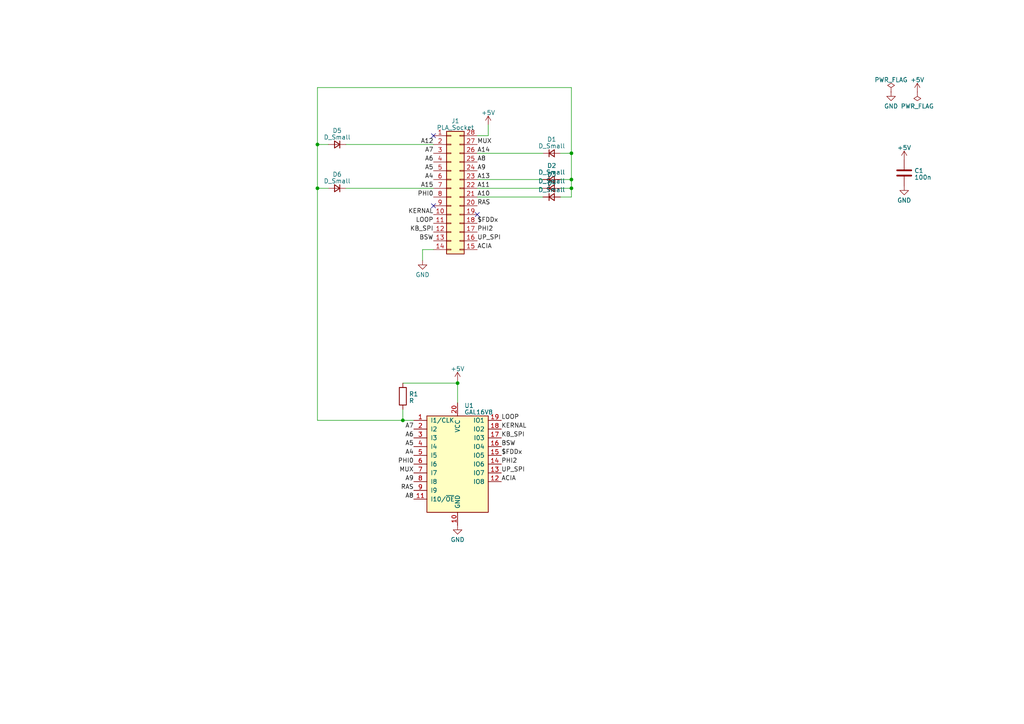
<source format=kicad_sch>
(kicad_sch (version 20230121) (generator eeschema)

  (uuid 4116a878-e864-4c30-8d07-a7d0a94f3434)

  (paper "A4")

  (lib_symbols
    (symbol "Connector_Generic:Conn_02x14_Counter_Clockwise" (pin_names (offset 1.016) hide) (in_bom yes) (on_board yes)
      (property "Reference" "J" (at 1.27 17.78 0)
        (effects (font (size 1.27 1.27)))
      )
      (property "Value" "Conn_02x14_Counter_Clockwise" (at 1.27 -20.32 0)
        (effects (font (size 1.27 1.27)))
      )
      (property "Footprint" "" (at 0 0 0)
        (effects (font (size 1.27 1.27)) hide)
      )
      (property "Datasheet" "~" (at 0 0 0)
        (effects (font (size 1.27 1.27)) hide)
      )
      (property "ki_keywords" "connector" (at 0 0 0)
        (effects (font (size 1.27 1.27)) hide)
      )
      (property "ki_description" "Generic connector, double row, 02x14, counter clockwise pin numbering scheme (similar to DIP package numbering), script generated (kicad-library-utils/schlib/autogen/connector/)" (at 0 0 0)
        (effects (font (size 1.27 1.27)) hide)
      )
      (property "ki_fp_filters" "Connector*:*_2x??_*" (at 0 0 0)
        (effects (font (size 1.27 1.27)) hide)
      )
      (symbol "Conn_02x14_Counter_Clockwise_1_1"
        (rectangle (start -1.27 -17.653) (end 0 -17.907)
          (stroke (width 0.1524) (type default))
          (fill (type none))
        )
        (rectangle (start -1.27 -15.113) (end 0 -15.367)
          (stroke (width 0.1524) (type default))
          (fill (type none))
        )
        (rectangle (start -1.27 -12.573) (end 0 -12.827)
          (stroke (width 0.1524) (type default))
          (fill (type none))
        )
        (rectangle (start -1.27 -10.033) (end 0 -10.287)
          (stroke (width 0.1524) (type default))
          (fill (type none))
        )
        (rectangle (start -1.27 -7.493) (end 0 -7.747)
          (stroke (width 0.1524) (type default))
          (fill (type none))
        )
        (rectangle (start -1.27 -4.953) (end 0 -5.207)
          (stroke (width 0.1524) (type default))
          (fill (type none))
        )
        (rectangle (start -1.27 -2.413) (end 0 -2.667)
          (stroke (width 0.1524) (type default))
          (fill (type none))
        )
        (rectangle (start -1.27 0.127) (end 0 -0.127)
          (stroke (width 0.1524) (type default))
          (fill (type none))
        )
        (rectangle (start -1.27 2.667) (end 0 2.413)
          (stroke (width 0.1524) (type default))
          (fill (type none))
        )
        (rectangle (start -1.27 5.207) (end 0 4.953)
          (stroke (width 0.1524) (type default))
          (fill (type none))
        )
        (rectangle (start -1.27 7.747) (end 0 7.493)
          (stroke (width 0.1524) (type default))
          (fill (type none))
        )
        (rectangle (start -1.27 10.287) (end 0 10.033)
          (stroke (width 0.1524) (type default))
          (fill (type none))
        )
        (rectangle (start -1.27 12.827) (end 0 12.573)
          (stroke (width 0.1524) (type default))
          (fill (type none))
        )
        (rectangle (start -1.27 15.367) (end 0 15.113)
          (stroke (width 0.1524) (type default))
          (fill (type none))
        )
        (rectangle (start -1.27 16.51) (end 3.81 -19.05)
          (stroke (width 0.254) (type default))
          (fill (type background))
        )
        (rectangle (start 3.81 -17.653) (end 2.54 -17.907)
          (stroke (width 0.1524) (type default))
          (fill (type none))
        )
        (rectangle (start 3.81 -15.113) (end 2.54 -15.367)
          (stroke (width 0.1524) (type default))
          (fill (type none))
        )
        (rectangle (start 3.81 -12.573) (end 2.54 -12.827)
          (stroke (width 0.1524) (type default))
          (fill (type none))
        )
        (rectangle (start 3.81 -10.033) (end 2.54 -10.287)
          (stroke (width 0.1524) (type default))
          (fill (type none))
        )
        (rectangle (start 3.81 -7.493) (end 2.54 -7.747)
          (stroke (width 0.1524) (type default))
          (fill (type none))
        )
        (rectangle (start 3.81 -4.953) (end 2.54 -5.207)
          (stroke (width 0.1524) (type default))
          (fill (type none))
        )
        (rectangle (start 3.81 -2.413) (end 2.54 -2.667)
          (stroke (width 0.1524) (type default))
          (fill (type none))
        )
        (rectangle (start 3.81 0.127) (end 2.54 -0.127)
          (stroke (width 0.1524) (type default))
          (fill (type none))
        )
        (rectangle (start 3.81 2.667) (end 2.54 2.413)
          (stroke (width 0.1524) (type default))
          (fill (type none))
        )
        (rectangle (start 3.81 5.207) (end 2.54 4.953)
          (stroke (width 0.1524) (type default))
          (fill (type none))
        )
        (rectangle (start 3.81 7.747) (end 2.54 7.493)
          (stroke (width 0.1524) (type default))
          (fill (type none))
        )
        (rectangle (start 3.81 10.287) (end 2.54 10.033)
          (stroke (width 0.1524) (type default))
          (fill (type none))
        )
        (rectangle (start 3.81 12.827) (end 2.54 12.573)
          (stroke (width 0.1524) (type default))
          (fill (type none))
        )
        (rectangle (start 3.81 15.367) (end 2.54 15.113)
          (stroke (width 0.1524) (type default))
          (fill (type none))
        )
        (pin passive line (at -5.08 15.24 0) (length 3.81)
          (name "Pin_1" (effects (font (size 1.27 1.27))))
          (number "1" (effects (font (size 1.27 1.27))))
        )
        (pin passive line (at -5.08 -7.62 0) (length 3.81)
          (name "Pin_10" (effects (font (size 1.27 1.27))))
          (number "10" (effects (font (size 1.27 1.27))))
        )
        (pin passive line (at -5.08 -10.16 0) (length 3.81)
          (name "Pin_11" (effects (font (size 1.27 1.27))))
          (number "11" (effects (font (size 1.27 1.27))))
        )
        (pin passive line (at -5.08 -12.7 0) (length 3.81)
          (name "Pin_12" (effects (font (size 1.27 1.27))))
          (number "12" (effects (font (size 1.27 1.27))))
        )
        (pin passive line (at -5.08 -15.24 0) (length 3.81)
          (name "Pin_13" (effects (font (size 1.27 1.27))))
          (number "13" (effects (font (size 1.27 1.27))))
        )
        (pin passive line (at -5.08 -17.78 0) (length 3.81)
          (name "Pin_14" (effects (font (size 1.27 1.27))))
          (number "14" (effects (font (size 1.27 1.27))))
        )
        (pin passive line (at 7.62 -17.78 180) (length 3.81)
          (name "Pin_15" (effects (font (size 1.27 1.27))))
          (number "15" (effects (font (size 1.27 1.27))))
        )
        (pin passive line (at 7.62 -15.24 180) (length 3.81)
          (name "Pin_16" (effects (font (size 1.27 1.27))))
          (number "16" (effects (font (size 1.27 1.27))))
        )
        (pin passive line (at 7.62 -12.7 180) (length 3.81)
          (name "Pin_17" (effects (font (size 1.27 1.27))))
          (number "17" (effects (font (size 1.27 1.27))))
        )
        (pin passive line (at 7.62 -10.16 180) (length 3.81)
          (name "Pin_18" (effects (font (size 1.27 1.27))))
          (number "18" (effects (font (size 1.27 1.27))))
        )
        (pin passive line (at 7.62 -7.62 180) (length 3.81)
          (name "Pin_19" (effects (font (size 1.27 1.27))))
          (number "19" (effects (font (size 1.27 1.27))))
        )
        (pin passive line (at -5.08 12.7 0) (length 3.81)
          (name "Pin_2" (effects (font (size 1.27 1.27))))
          (number "2" (effects (font (size 1.27 1.27))))
        )
        (pin passive line (at 7.62 -5.08 180) (length 3.81)
          (name "Pin_20" (effects (font (size 1.27 1.27))))
          (number "20" (effects (font (size 1.27 1.27))))
        )
        (pin passive line (at 7.62 -2.54 180) (length 3.81)
          (name "Pin_21" (effects (font (size 1.27 1.27))))
          (number "21" (effects (font (size 1.27 1.27))))
        )
        (pin passive line (at 7.62 0 180) (length 3.81)
          (name "Pin_22" (effects (font (size 1.27 1.27))))
          (number "22" (effects (font (size 1.27 1.27))))
        )
        (pin passive line (at 7.62 2.54 180) (length 3.81)
          (name "Pin_23" (effects (font (size 1.27 1.27))))
          (number "23" (effects (font (size 1.27 1.27))))
        )
        (pin passive line (at 7.62 5.08 180) (length 3.81)
          (name "Pin_24" (effects (font (size 1.27 1.27))))
          (number "24" (effects (font (size 1.27 1.27))))
        )
        (pin passive line (at 7.62 7.62 180) (length 3.81)
          (name "Pin_25" (effects (font (size 1.27 1.27))))
          (number "25" (effects (font (size 1.27 1.27))))
        )
        (pin passive line (at 7.62 10.16 180) (length 3.81)
          (name "Pin_26" (effects (font (size 1.27 1.27))))
          (number "26" (effects (font (size 1.27 1.27))))
        )
        (pin passive line (at 7.62 12.7 180) (length 3.81)
          (name "Pin_27" (effects (font (size 1.27 1.27))))
          (number "27" (effects (font (size 1.27 1.27))))
        )
        (pin passive line (at 7.62 15.24 180) (length 3.81)
          (name "Pin_28" (effects (font (size 1.27 1.27))))
          (number "28" (effects (font (size 1.27 1.27))))
        )
        (pin passive line (at -5.08 10.16 0) (length 3.81)
          (name "Pin_3" (effects (font (size 1.27 1.27))))
          (number "3" (effects (font (size 1.27 1.27))))
        )
        (pin passive line (at -5.08 7.62 0) (length 3.81)
          (name "Pin_4" (effects (font (size 1.27 1.27))))
          (number "4" (effects (font (size 1.27 1.27))))
        )
        (pin passive line (at -5.08 5.08 0) (length 3.81)
          (name "Pin_5" (effects (font (size 1.27 1.27))))
          (number "5" (effects (font (size 1.27 1.27))))
        )
        (pin passive line (at -5.08 2.54 0) (length 3.81)
          (name "Pin_6" (effects (font (size 1.27 1.27))))
          (number "6" (effects (font (size 1.27 1.27))))
        )
        (pin passive line (at -5.08 0 0) (length 3.81)
          (name "Pin_7" (effects (font (size 1.27 1.27))))
          (number "7" (effects (font (size 1.27 1.27))))
        )
        (pin passive line (at -5.08 -2.54 0) (length 3.81)
          (name "Pin_8" (effects (font (size 1.27 1.27))))
          (number "8" (effects (font (size 1.27 1.27))))
        )
        (pin passive line (at -5.08 -5.08 0) (length 3.81)
          (name "Pin_9" (effects (font (size 1.27 1.27))))
          (number "9" (effects (font (size 1.27 1.27))))
        )
      )
    )
    (symbol "Device:C" (pin_numbers hide) (pin_names (offset 0.254)) (in_bom yes) (on_board yes)
      (property "Reference" "C" (at 0.635 2.54 0)
        (effects (font (size 1.27 1.27)) (justify left))
      )
      (property "Value" "C" (at 0.635 -2.54 0)
        (effects (font (size 1.27 1.27)) (justify left))
      )
      (property "Footprint" "" (at 0.9652 -3.81 0)
        (effects (font (size 1.27 1.27)) hide)
      )
      (property "Datasheet" "~" (at 0 0 0)
        (effects (font (size 1.27 1.27)) hide)
      )
      (property "ki_keywords" "cap capacitor" (at 0 0 0)
        (effects (font (size 1.27 1.27)) hide)
      )
      (property "ki_description" "Unpolarized capacitor" (at 0 0 0)
        (effects (font (size 1.27 1.27)) hide)
      )
      (property "ki_fp_filters" "C_*" (at 0 0 0)
        (effects (font (size 1.27 1.27)) hide)
      )
      (symbol "C_0_1"
        (polyline
          (pts
            (xy -2.032 -0.762)
            (xy 2.032 -0.762)
          )
          (stroke (width 0.508) (type default))
          (fill (type none))
        )
        (polyline
          (pts
            (xy -2.032 0.762)
            (xy 2.032 0.762)
          )
          (stroke (width 0.508) (type default))
          (fill (type none))
        )
      )
      (symbol "C_1_1"
        (pin passive line (at 0 3.81 270) (length 2.794)
          (name "~" (effects (font (size 1.27 1.27))))
          (number "1" (effects (font (size 1.27 1.27))))
        )
        (pin passive line (at 0 -3.81 90) (length 2.794)
          (name "~" (effects (font (size 1.27 1.27))))
          (number "2" (effects (font (size 1.27 1.27))))
        )
      )
    )
    (symbol "Device:D_Small" (pin_numbers hide) (pin_names (offset 0.254) hide) (in_bom yes) (on_board yes)
      (property "Reference" "D" (at -1.27 2.032 0)
        (effects (font (size 1.27 1.27)) (justify left))
      )
      (property "Value" "D_Small" (at -3.81 -2.032 0)
        (effects (font (size 1.27 1.27)) (justify left))
      )
      (property "Footprint" "" (at 0 0 90)
        (effects (font (size 1.27 1.27)) hide)
      )
      (property "Datasheet" "~" (at 0 0 90)
        (effects (font (size 1.27 1.27)) hide)
      )
      (property "Sim.Device" "D" (at 0 0 0)
        (effects (font (size 1.27 1.27)) hide)
      )
      (property "Sim.Pins" "1=K 2=A" (at 0 0 0)
        (effects (font (size 1.27 1.27)) hide)
      )
      (property "ki_keywords" "diode" (at 0 0 0)
        (effects (font (size 1.27 1.27)) hide)
      )
      (property "ki_description" "Diode, small symbol" (at 0 0 0)
        (effects (font (size 1.27 1.27)) hide)
      )
      (property "ki_fp_filters" "TO-???* *_Diode_* *SingleDiode* D_*" (at 0 0 0)
        (effects (font (size 1.27 1.27)) hide)
      )
      (symbol "D_Small_0_1"
        (polyline
          (pts
            (xy -0.762 -1.016)
            (xy -0.762 1.016)
          )
          (stroke (width 0.254) (type default))
          (fill (type none))
        )
        (polyline
          (pts
            (xy -0.762 0)
            (xy 0.762 0)
          )
          (stroke (width 0) (type default))
          (fill (type none))
        )
        (polyline
          (pts
            (xy 0.762 -1.016)
            (xy -0.762 0)
            (xy 0.762 1.016)
            (xy 0.762 -1.016)
          )
          (stroke (width 0.254) (type default))
          (fill (type none))
        )
      )
      (symbol "D_Small_1_1"
        (pin passive line (at -2.54 0 0) (length 1.778)
          (name "K" (effects (font (size 1.27 1.27))))
          (number "1" (effects (font (size 1.27 1.27))))
        )
        (pin passive line (at 2.54 0 180) (length 1.778)
          (name "A" (effects (font (size 1.27 1.27))))
          (number "2" (effects (font (size 1.27 1.27))))
        )
      )
    )
    (symbol "Device:R" (pin_numbers hide) (pin_names (offset 0)) (in_bom yes) (on_board yes)
      (property "Reference" "R" (at 2.032 0 90)
        (effects (font (size 1.27 1.27)))
      )
      (property "Value" "R" (at 0 0 90)
        (effects (font (size 1.27 1.27)))
      )
      (property "Footprint" "" (at -1.778 0 90)
        (effects (font (size 1.27 1.27)) hide)
      )
      (property "Datasheet" "~" (at 0 0 0)
        (effects (font (size 1.27 1.27)) hide)
      )
      (property "ki_keywords" "R res resistor" (at 0 0 0)
        (effects (font (size 1.27 1.27)) hide)
      )
      (property "ki_description" "Resistor" (at 0 0 0)
        (effects (font (size 1.27 1.27)) hide)
      )
      (property "ki_fp_filters" "R_*" (at 0 0 0)
        (effects (font (size 1.27 1.27)) hide)
      )
      (symbol "R_0_1"
        (rectangle (start -1.016 -2.54) (end 1.016 2.54)
          (stroke (width 0.254) (type default))
          (fill (type none))
        )
      )
      (symbol "R_1_1"
        (pin passive line (at 0 3.81 270) (length 1.27)
          (name "~" (effects (font (size 1.27 1.27))))
          (number "1" (effects (font (size 1.27 1.27))))
        )
        (pin passive line (at 0 -3.81 90) (length 1.27)
          (name "~" (effects (font (size 1.27 1.27))))
          (number "2" (effects (font (size 1.27 1.27))))
        )
      )
    )
    (symbol "Logic_Programmable:GAL16V8" (pin_names (offset 1.016)) (in_bom yes) (on_board yes)
      (property "Reference" "U" (at -8.89 16.51 0)
        (effects (font (size 1.27 1.27)) (justify left))
      )
      (property "Value" "GAL16V8" (at 1.27 16.51 0)
        (effects (font (size 1.27 1.27)) (justify left))
      )
      (property "Footprint" "" (at 0 0 0)
        (effects (font (size 1.27 1.27)) hide)
      )
      (property "Datasheet" "" (at 0 0 0)
        (effects (font (size 1.27 1.27)) hide)
      )
      (property "ki_keywords" "GAL PLD 16V8" (at 0 0 0)
        (effects (font (size 1.27 1.27)) hide)
      )
      (property "ki_description" "Programmable Logic Array, DIP-20/SOIC-20/PLCC-20" (at 0 0 0)
        (effects (font (size 1.27 1.27)) hide)
      )
      (property "ki_fp_filters" "DIP* PDIP* SOIC* SO* PLCC*" (at 0 0 0)
        (effects (font (size 1.27 1.27)) hide)
      )
      (symbol "GAL16V8_0_0"
        (pin power_in line (at 0 -17.78 90) (length 3.81)
          (name "GND" (effects (font (size 1.27 1.27))))
          (number "10" (effects (font (size 1.27 1.27))))
        )
        (pin power_in line (at 0 17.78 270) (length 3.81)
          (name "VCC" (effects (font (size 1.27 1.27))))
          (number "20" (effects (font (size 1.27 1.27))))
        )
      )
      (symbol "GAL16V8_0_1"
        (rectangle (start -8.89 13.97) (end 8.89 -13.97)
          (stroke (width 0.254) (type default))
          (fill (type background))
        )
      )
      (symbol "GAL16V8_1_1"
        (pin input line (at -12.7 12.7 0) (length 3.81)
          (name "I1/CLK" (effects (font (size 1.27 1.27))))
          (number "1" (effects (font (size 1.27 1.27))))
        )
        (pin input line (at -12.7 -10.16 0) (length 3.81)
          (name "I10/~{OE}" (effects (font (size 1.27 1.27))))
          (number "11" (effects (font (size 1.27 1.27))))
        )
        (pin tri_state line (at 12.7 -5.08 180) (length 3.81)
          (name "IO8" (effects (font (size 1.27 1.27))))
          (number "12" (effects (font (size 1.27 1.27))))
        )
        (pin tri_state line (at 12.7 -2.54 180) (length 3.81)
          (name "IO7" (effects (font (size 1.27 1.27))))
          (number "13" (effects (font (size 1.27 1.27))))
        )
        (pin tri_state line (at 12.7 0 180) (length 3.81)
          (name "IO6" (effects (font (size 1.27 1.27))))
          (number "14" (effects (font (size 1.27 1.27))))
        )
        (pin tri_state line (at 12.7 2.54 180) (length 3.81)
          (name "IO5" (effects (font (size 1.27 1.27))))
          (number "15" (effects (font (size 1.27 1.27))))
        )
        (pin tri_state line (at 12.7 5.08 180) (length 3.81)
          (name "IO4" (effects (font (size 1.27 1.27))))
          (number "16" (effects (font (size 1.27 1.27))))
        )
        (pin tri_state line (at 12.7 7.62 180) (length 3.81)
          (name "I03" (effects (font (size 1.27 1.27))))
          (number "17" (effects (font (size 1.27 1.27))))
        )
        (pin tri_state line (at 12.7 10.16 180) (length 3.81)
          (name "IO2" (effects (font (size 1.27 1.27))))
          (number "18" (effects (font (size 1.27 1.27))))
        )
        (pin tri_state line (at 12.7 12.7 180) (length 3.81)
          (name "IO1" (effects (font (size 1.27 1.27))))
          (number "19" (effects (font (size 1.27 1.27))))
        )
        (pin input line (at -12.7 10.16 0) (length 3.81)
          (name "I2" (effects (font (size 1.27 1.27))))
          (number "2" (effects (font (size 1.27 1.27))))
        )
        (pin input line (at -12.7 7.62 0) (length 3.81)
          (name "I3" (effects (font (size 1.27 1.27))))
          (number "3" (effects (font (size 1.27 1.27))))
        )
        (pin input line (at -12.7 5.08 0) (length 3.81)
          (name "I4" (effects (font (size 1.27 1.27))))
          (number "4" (effects (font (size 1.27 1.27))))
        )
        (pin input line (at -12.7 2.54 0) (length 3.81)
          (name "I5" (effects (font (size 1.27 1.27))))
          (number "5" (effects (font (size 1.27 1.27))))
        )
        (pin input line (at -12.7 0 0) (length 3.81)
          (name "I6" (effects (font (size 1.27 1.27))))
          (number "6" (effects (font (size 1.27 1.27))))
        )
        (pin input line (at -12.7 -2.54 0) (length 3.81)
          (name "I7" (effects (font (size 1.27 1.27))))
          (number "7" (effects (font (size 1.27 1.27))))
        )
        (pin input line (at -12.7 -5.08 0) (length 3.81)
          (name "I8" (effects (font (size 1.27 1.27))))
          (number "8" (effects (font (size 1.27 1.27))))
        )
        (pin input line (at -12.7 -7.62 0) (length 3.81)
          (name "I9" (effects (font (size 1.27 1.27))))
          (number "9" (effects (font (size 1.27 1.27))))
        )
      )
    )
    (symbol "power:+5V" (power) (pin_names (offset 0)) (in_bom yes) (on_board yes)
      (property "Reference" "#PWR" (at 0 -3.81 0)
        (effects (font (size 1.27 1.27)) hide)
      )
      (property "Value" "+5V" (at 0 3.556 0)
        (effects (font (size 1.27 1.27)))
      )
      (property "Footprint" "" (at 0 0 0)
        (effects (font (size 1.27 1.27)) hide)
      )
      (property "Datasheet" "" (at 0 0 0)
        (effects (font (size 1.27 1.27)) hide)
      )
      (property "ki_keywords" "global power" (at 0 0 0)
        (effects (font (size 1.27 1.27)) hide)
      )
      (property "ki_description" "Power symbol creates a global label with name \"+5V\"" (at 0 0 0)
        (effects (font (size 1.27 1.27)) hide)
      )
      (symbol "+5V_0_1"
        (polyline
          (pts
            (xy -0.762 1.27)
            (xy 0 2.54)
          )
          (stroke (width 0) (type default))
          (fill (type none))
        )
        (polyline
          (pts
            (xy 0 0)
            (xy 0 2.54)
          )
          (stroke (width 0) (type default))
          (fill (type none))
        )
        (polyline
          (pts
            (xy 0 2.54)
            (xy 0.762 1.27)
          )
          (stroke (width 0) (type default))
          (fill (type none))
        )
      )
      (symbol "+5V_1_1"
        (pin power_in line (at 0 0 90) (length 0) hide
          (name "+5V" (effects (font (size 1.27 1.27))))
          (number "1" (effects (font (size 1.27 1.27))))
        )
      )
    )
    (symbol "power:GND" (power) (pin_names (offset 0)) (in_bom yes) (on_board yes)
      (property "Reference" "#PWR" (at 0 -6.35 0)
        (effects (font (size 1.27 1.27)) hide)
      )
      (property "Value" "GND" (at 0 -3.81 0)
        (effects (font (size 1.27 1.27)))
      )
      (property "Footprint" "" (at 0 0 0)
        (effects (font (size 1.27 1.27)) hide)
      )
      (property "Datasheet" "" (at 0 0 0)
        (effects (font (size 1.27 1.27)) hide)
      )
      (property "ki_keywords" "global power" (at 0 0 0)
        (effects (font (size 1.27 1.27)) hide)
      )
      (property "ki_description" "Power symbol creates a global label with name \"GND\" , ground" (at 0 0 0)
        (effects (font (size 1.27 1.27)) hide)
      )
      (symbol "GND_0_1"
        (polyline
          (pts
            (xy 0 0)
            (xy 0 -1.27)
            (xy 1.27 -1.27)
            (xy 0 -2.54)
            (xy -1.27 -1.27)
            (xy 0 -1.27)
          )
          (stroke (width 0) (type default))
          (fill (type none))
        )
      )
      (symbol "GND_1_1"
        (pin power_in line (at 0 0 270) (length 0) hide
          (name "GND" (effects (font (size 1.27 1.27))))
          (number "1" (effects (font (size 1.27 1.27))))
        )
      )
    )
    (symbol "power:PWR_FLAG" (power) (pin_numbers hide) (pin_names (offset 0) hide) (in_bom yes) (on_board yes)
      (property "Reference" "#FLG" (at 0 1.905 0)
        (effects (font (size 1.27 1.27)) hide)
      )
      (property "Value" "PWR_FLAG" (at 0 3.81 0)
        (effects (font (size 1.27 1.27)))
      )
      (property "Footprint" "" (at 0 0 0)
        (effects (font (size 1.27 1.27)) hide)
      )
      (property "Datasheet" "~" (at 0 0 0)
        (effects (font (size 1.27 1.27)) hide)
      )
      (property "ki_keywords" "flag power" (at 0 0 0)
        (effects (font (size 1.27 1.27)) hide)
      )
      (property "ki_description" "Special symbol for telling ERC where power comes from" (at 0 0 0)
        (effects (font (size 1.27 1.27)) hide)
      )
      (symbol "PWR_FLAG_0_0"
        (pin power_out line (at 0 0 90) (length 0)
          (name "pwr" (effects (font (size 1.27 1.27))))
          (number "1" (effects (font (size 1.27 1.27))))
        )
      )
      (symbol "PWR_FLAG_0_1"
        (polyline
          (pts
            (xy 0 0)
            (xy 0 1.27)
            (xy -1.016 1.905)
            (xy 0 2.54)
            (xy 1.016 1.905)
            (xy 0 1.27)
          )
          (stroke (width 0) (type default))
          (fill (type none))
        )
      )
    )
  )

  (junction (at 92.075 41.91) (diameter 0) (color 0 0 0 0)
    (uuid 1f8b51e5-7d2a-4e8c-adc5-c723a98f98a9)
  )
  (junction (at 92.075 54.61) (diameter 0) (color 0 0 0 0)
    (uuid 1fe66966-9dc8-4d6a-963a-ab3a344707af)
  )
  (junction (at 165.735 44.45) (diameter 0) (color 0 0 0 0)
    (uuid 1ffd9eae-9dbf-44ce-8a65-c312939277c9)
  )
  (junction (at 165.735 54.61) (diameter 0) (color 0 0 0 0)
    (uuid 2221e97e-13ed-43cb-8b68-d9a037e164f2)
  )
  (junction (at 165.735 52.07) (diameter 0) (color 0 0 0 0)
    (uuid 78abb647-4c9f-4d6f-8642-cb730021574c)
  )
  (junction (at 132.715 111.125) (diameter 0) (color 0 0 0 0)
    (uuid a2d70dbb-3e82-4d41-9710-74493e9a74b0)
  )
  (junction (at 116.84 121.92) (diameter 0) (color 0 0 0 0)
    (uuid c70be1af-0a46-4a57-ae49-6a00fa519a13)
  )

  (no_connect (at 138.43 62.23) (uuid 6835dfe0-0a6c-41d1-8593-73848aa7de77))
  (no_connect (at 125.73 59.69) (uuid 8d3b6b5d-9381-4f71-9ccb-93537c48ce93))
  (no_connect (at 125.73 39.37) (uuid 91744fb1-35b0-4cef-8cd3-f650e55ef04e))

  (wire (pts (xy 165.735 57.15) (xy 165.735 54.61))
    (stroke (width 0) (type default))
    (uuid 046ce4e4-07fe-419f-9b85-9c5dbe9c2e80)
  )
  (wire (pts (xy 165.735 44.45) (xy 165.735 25.4))
    (stroke (width 0) (type default))
    (uuid 0b468491-39cf-478b-8577-ab2632ba3c72)
  )
  (wire (pts (xy 92.075 25.4) (xy 92.075 41.91))
    (stroke (width 0) (type default))
    (uuid 1e356ed4-c56e-491b-9632-914d8ee8a41d)
  )
  (wire (pts (xy 138.43 44.45) (xy 157.48 44.45))
    (stroke (width 0) (type default))
    (uuid 265cbdf4-f0cc-4f0e-87d1-820b37991047)
  )
  (wire (pts (xy 120.015 121.92) (xy 116.84 121.92))
    (stroke (width 0) (type default))
    (uuid 2cb8ae95-b717-453f-981f-d0188a1a4e0c)
  )
  (wire (pts (xy 165.735 54.61) (xy 165.735 52.07))
    (stroke (width 0) (type default))
    (uuid 348f0b05-b8c8-408b-9042-2e037f15ae70)
  )
  (wire (pts (xy 162.56 52.07) (xy 165.735 52.07))
    (stroke (width 0) (type default))
    (uuid 35987c3c-8b72-4a89-9aa4-a7f596b4e922)
  )
  (wire (pts (xy 92.075 41.91) (xy 92.075 54.61))
    (stroke (width 0) (type default))
    (uuid 388bf017-6851-493e-b45e-e670ec4e2633)
  )
  (wire (pts (xy 162.56 44.45) (xy 165.735 44.45))
    (stroke (width 0) (type default))
    (uuid 38bc5cc6-0cde-454c-aa71-d584a7094d5a)
  )
  (wire (pts (xy 116.84 121.92) (xy 116.84 118.745))
    (stroke (width 0) (type default))
    (uuid 3909134d-13a4-4d3a-8bcd-68a098cd2c95)
  )
  (wire (pts (xy 92.075 121.92) (xy 92.075 54.61))
    (stroke (width 0) (type default))
    (uuid 3a2b8f27-525d-4972-a6c5-1fdff1ad9dd9)
  )
  (wire (pts (xy 122.555 75.565) (xy 122.555 72.39))
    (stroke (width 0) (type default))
    (uuid 3f4a6a51-b714-4c44-9e57-17504f453359)
  )
  (wire (pts (xy 138.43 57.15) (xy 157.48 57.15))
    (stroke (width 0) (type default))
    (uuid 522a051a-ad99-4ada-a6e1-d6b13426079f)
  )
  (wire (pts (xy 132.715 111.125) (xy 132.715 116.84))
    (stroke (width 0) (type default))
    (uuid 54b0946d-00e7-4ae7-be4c-3aead6785e33)
  )
  (wire (pts (xy 92.075 54.61) (xy 95.25 54.61))
    (stroke (width 0) (type default))
    (uuid 5a5409e3-6c9f-469d-997a-744b8ac5bc6c)
  )
  (wire (pts (xy 141.605 39.37) (xy 141.605 36.195))
    (stroke (width 0) (type default))
    (uuid 5b91066b-935c-4116-9cf6-6ebe6bffe198)
  )
  (wire (pts (xy 162.56 57.15) (xy 165.735 57.15))
    (stroke (width 0) (type default))
    (uuid 5f430359-3cc3-43fc-9ceb-d0bad6f489cb)
  )
  (wire (pts (xy 92.075 41.91) (xy 95.25 41.91))
    (stroke (width 0) (type default))
    (uuid 5f98747d-28eb-4cfe-94a1-a034c60b63e3)
  )
  (wire (pts (xy 116.84 121.92) (xy 92.075 121.92))
    (stroke (width 0) (type default))
    (uuid 65e16087-833b-46d3-a723-4eee47f43c92)
  )
  (wire (pts (xy 138.43 54.61) (xy 157.48 54.61))
    (stroke (width 0) (type default))
    (uuid 74f78fe8-d37e-47e4-8106-5bcc7bdc0a97)
  )
  (wire (pts (xy 122.555 72.39) (xy 125.73 72.39))
    (stroke (width 0) (type default))
    (uuid 796be61c-0a1b-4197-b411-b2f8f60df396)
  )
  (wire (pts (xy 162.56 54.61) (xy 165.735 54.61))
    (stroke (width 0) (type default))
    (uuid 8070558d-7267-4b7e-ab2a-975ec0533c03)
  )
  (wire (pts (xy 116.84 111.125) (xy 132.715 111.125))
    (stroke (width 0) (type default))
    (uuid 828edd9c-8e2f-4d0c-b003-e2f4ac11b7df)
  )
  (wire (pts (xy 132.715 111.125) (xy 132.715 110.49))
    (stroke (width 0) (type default))
    (uuid 8619922f-b44d-4ff8-b5c0-a1915aa7b7f7)
  )
  (wire (pts (xy 100.33 54.61) (xy 125.73 54.61))
    (stroke (width 0) (type default))
    (uuid 86eeb27d-7546-43d4-9816-921511de1fb1)
  )
  (wire (pts (xy 165.735 52.07) (xy 165.735 44.45))
    (stroke (width 0) (type default))
    (uuid a19b70d4-0c0d-4302-bd9a-e3e0d308c17f)
  )
  (wire (pts (xy 100.33 41.91) (xy 125.73 41.91))
    (stroke (width 0) (type default))
    (uuid cac00a82-a6c4-4999-aac2-48204da73f4d)
  )
  (wire (pts (xy 92.075 25.4) (xy 165.735 25.4))
    (stroke (width 0) (type default))
    (uuid df9f7f1f-925a-413c-bd98-436b180acbf7)
  )
  (wire (pts (xy 138.43 39.37) (xy 141.605 39.37))
    (stroke (width 0) (type default))
    (uuid e9bfc323-d6d3-4feb-8d40-fb2774cc79c0)
  )
  (wire (pts (xy 138.43 52.07) (xy 157.48 52.07))
    (stroke (width 0) (type default))
    (uuid ed0b168c-29af-4e89-b7e8-653fc6314a1e)
  )

  (label "A5" (at 125.73 49.53 180) (fields_autoplaced)
    (effects (font (size 1.27 1.27)) (justify right bottom))
    (uuid 00866534-be01-4146-91a0-74f6f3ff7d94)
  )
  (label "LOOP" (at 145.415 121.92 0) (fields_autoplaced)
    (effects (font (size 1.27 1.27)) (justify left bottom))
    (uuid 01a86fec-4804-4aee-9978-2345c6ea08dd)
  )
  (label "LOOP" (at 125.73 64.77 180) (fields_autoplaced)
    (effects (font (size 1.27 1.27)) (justify right bottom))
    (uuid 01bc956f-34c9-4b64-88e3-8e23c244d427)
  )
  (label "BSW" (at 125.73 69.85 180) (fields_autoplaced)
    (effects (font (size 1.27 1.27)) (justify right bottom))
    (uuid 020f63dd-327f-45ad-839e-86a791ee67d9)
  )
  (label "A14" (at 138.43 44.45 0) (fields_autoplaced)
    (effects (font (size 1.27 1.27)) (justify left bottom))
    (uuid 04ef040c-5c46-4f9a-bceb-43cbfe76fd05)
  )
  (label "A12" (at 125.73 41.91 180) (fields_autoplaced)
    (effects (font (size 1.27 1.27)) (justify right bottom))
    (uuid 0a74d50b-825f-412e-b82f-4a5a4e4e2aab)
  )
  (label "MUX" (at 138.43 41.91 0) (fields_autoplaced)
    (effects (font (size 1.27 1.27)) (justify left bottom))
    (uuid 0b9b73f2-eed4-453d-83f6-26085c3c83ea)
  )
  (label "A11" (at 138.43 54.61 0) (fields_autoplaced)
    (effects (font (size 1.27 1.27)) (justify left bottom))
    (uuid 0ecbef92-e185-4290-b04f-1818ebd83081)
  )
  (label "BSW" (at 145.415 129.54 0) (fields_autoplaced)
    (effects (font (size 1.27 1.27)) (justify left bottom))
    (uuid 1229b6ff-7a5e-4996-846e-048dba59069e)
  )
  (label "A15" (at 125.73 54.61 180) (fields_autoplaced)
    (effects (font (size 1.27 1.27)) (justify right bottom))
    (uuid 1af29a87-a611-477e-ac4e-3a932895b4de)
  )
  (label "A6" (at 120.015 127 180) (fields_autoplaced)
    (effects (font (size 1.27 1.27)) (justify right bottom))
    (uuid 1c3a2760-c84e-4bae-a4cb-9bb1d842cbab)
  )
  (label "A6" (at 125.73 46.99 180) (fields_autoplaced)
    (effects (font (size 1.27 1.27)) (justify right bottom))
    (uuid 1d76626c-1437-4cbc-a60f-559cc896eea3)
  )
  (label "UP_SPI" (at 138.43 69.85 0) (fields_autoplaced)
    (effects (font (size 1.27 1.27)) (justify left bottom))
    (uuid 200a6194-fda1-491c-9edd-f78568593aaa)
  )
  (label "RAS" (at 120.015 142.24 180) (fields_autoplaced)
    (effects (font (size 1.27 1.27)) (justify right bottom))
    (uuid 26cccf21-1018-4df4-9956-c39da8481d54)
  )
  (label "A4" (at 125.73 52.07 180) (fields_autoplaced)
    (effects (font (size 1.27 1.27)) (justify right bottom))
    (uuid 2a412a94-821a-48dc-b4d6-f70b05162983)
  )
  (label "A8" (at 120.015 144.78 180) (fields_autoplaced)
    (effects (font (size 1.27 1.27)) (justify right bottom))
    (uuid 3124d15e-182f-4857-ace9-dd78949d716e)
  )
  (label "KERNAL" (at 145.415 124.46 0) (fields_autoplaced)
    (effects (font (size 1.27 1.27)) (justify left bottom))
    (uuid 3ac80b57-4a43-400d-9794-804175460adf)
  )
  (label "A5" (at 120.015 129.54 180) (fields_autoplaced)
    (effects (font (size 1.27 1.27)) (justify right bottom))
    (uuid 3dfa8d2b-6ac1-4316-882a-36e7ef9d1d86)
  )
  (label "KERNAL" (at 125.73 62.23 180) (fields_autoplaced)
    (effects (font (size 1.27 1.27)) (justify right bottom))
    (uuid 4d773db3-b656-4558-a2b7-b7ea6b36bfeb)
  )
  (label "ACIA" (at 138.43 72.39 0) (fields_autoplaced)
    (effects (font (size 1.27 1.27)) (justify left bottom))
    (uuid 5049268f-7795-46f5-bdd5-50be33b983cf)
  )
  (label "A10" (at 138.43 57.15 0) (fields_autoplaced)
    (effects (font (size 1.27 1.27)) (justify left bottom))
    (uuid 5f0047a6-3e8d-4bee-9378-207e9290590f)
  )
  (label "A4" (at 120.015 132.08 180) (fields_autoplaced)
    (effects (font (size 1.27 1.27)) (justify right bottom))
    (uuid 6db9e55a-d92b-458b-864e-28fb3adc0194)
  )
  (label "ACIA" (at 145.415 139.7 0) (fields_autoplaced)
    (effects (font (size 1.27 1.27)) (justify left bottom))
    (uuid 73a90f4c-3d98-4f15-b186-5e432ae1297c)
  )
  (label "MUX" (at 120.015 137.16 180) (fields_autoplaced)
    (effects (font (size 1.27 1.27)) (justify right bottom))
    (uuid 7b3056fb-d300-456a-8ba0-dceb2b58426a)
  )
  (label "PHI0" (at 120.015 134.62 180) (fields_autoplaced)
    (effects (font (size 1.27 1.27)) (justify right bottom))
    (uuid 8518a429-5bd1-47dd-a76b-271143d23a0d)
  )
  (label "$FDDx" (at 145.415 132.08 0) (fields_autoplaced)
    (effects (font (size 1.27 1.27)) (justify left bottom))
    (uuid a72df7a7-9ded-4845-b777-bffbfaccb4c7)
  )
  (label "KB_SPI" (at 125.73 67.31 180) (fields_autoplaced)
    (effects (font (size 1.27 1.27)) (justify right bottom))
    (uuid aa4c3fb7-dcb4-4dc7-9b8d-4f8e53c7b757)
  )
  (label "PHI2" (at 138.43 67.31 0) (fields_autoplaced)
    (effects (font (size 1.27 1.27)) (justify left bottom))
    (uuid c74d9422-5b41-4820-bc38-ed5a886d21bd)
  )
  (label "KB_SPI" (at 145.415 127 0) (fields_autoplaced)
    (effects (font (size 1.27 1.27)) (justify left bottom))
    (uuid ccc8e6e6-6574-4bdf-a06b-802d7499e515)
  )
  (label "UP_SPI" (at 145.415 137.16 0) (fields_autoplaced)
    (effects (font (size 1.27 1.27)) (justify left bottom))
    (uuid d03d951e-e7c3-4738-baaa-6e57b3e38986)
  )
  (label "PHI2" (at 145.415 134.62 0) (fields_autoplaced)
    (effects (font (size 1.27 1.27)) (justify left bottom))
    (uuid d0d87c2b-beac-4861-b714-43d05155a74b)
  )
  (label "A8" (at 138.43 46.99 0) (fields_autoplaced)
    (effects (font (size 1.27 1.27)) (justify left bottom))
    (uuid d391c7cb-312d-4cb8-a58e-f9b763fc6b61)
  )
  (label "$FDDx" (at 138.43 64.77 0) (fields_autoplaced)
    (effects (font (size 1.27 1.27)) (justify left bottom))
    (uuid d4853f02-edf4-4b49-a7b6-c8379a902794)
  )
  (label "RAS" (at 138.43 59.69 0) (fields_autoplaced)
    (effects (font (size 1.27 1.27)) (justify left bottom))
    (uuid d88fa26a-c9be-4119-a4d3-a71fca7091b8)
  )
  (label "A9" (at 120.015 139.7 180) (fields_autoplaced)
    (effects (font (size 1.27 1.27)) (justify right bottom))
    (uuid db75d5d2-ab1f-4783-b2ea-28473d27f1c5)
  )
  (label "A9" (at 138.43 49.53 0) (fields_autoplaced)
    (effects (font (size 1.27 1.27)) (justify left bottom))
    (uuid dc25367c-e8ac-4691-af1e-7f3eddbc44ee)
  )
  (label "PHI0" (at 125.73 57.15 180) (fields_autoplaced)
    (effects (font (size 1.27 1.27)) (justify right bottom))
    (uuid ece0b829-4c57-4657-8339-83e720c71aab)
  )
  (label "A7" (at 125.73 44.45 180) (fields_autoplaced)
    (effects (font (size 1.27 1.27)) (justify right bottom))
    (uuid f21598d1-f888-4610-9ae2-36e84b94c084)
  )
  (label "A7" (at 120.015 124.46 180) (fields_autoplaced)
    (effects (font (size 1.27 1.27)) (justify right bottom))
    (uuid f47f48e3-f5ea-4ad8-9ba8-28ac724e3893)
  )
  (label "A13" (at 138.43 52.07 0) (fields_autoplaced)
    (effects (font (size 1.27 1.27)) (justify left bottom))
    (uuid fc8efb3c-b434-44b3-8dbe-6a36eaa1e17b)
  )

  (symbol (lib_id "Connector_Generic:Conn_02x14_Counter_Clockwise") (at 130.81 54.61 0) (unit 1)
    (in_bom yes) (on_board yes) (dnp no) (fields_autoplaced)
    (uuid 13e5ef0d-6f21-4c97-ac78-7cf7be34cef6)
    (property "Reference" "J1" (at 132.08 35.0901 0)
      (effects (font (size 1.27 1.27)))
    )
    (property "Value" "PLA_Socket" (at 132.08 37.0111 0)
      (effects (font (size 1.27 1.27)))
    )
    (property "Footprint" "Package_DIP:DIP-28_W15.24mm" (at 130.81 54.61 0)
      (effects (font (size 1.27 1.27)) hide)
    )
    (property "Datasheet" "~" (at 130.81 54.61 0)
      (effects (font (size 1.27 1.27)) hide)
    )
    (pin "1" (uuid f78403ca-411b-4c15-8354-f05d96eb4d70))
    (pin "10" (uuid 137f5804-1b65-4ef9-a2b1-fb7a064b261d))
    (pin "11" (uuid 2d0c8125-ded7-405b-8b72-0d3273168999))
    (pin "12" (uuid ca2885a1-c380-4034-bdb3-5bedf3cde320))
    (pin "13" (uuid 96d1b223-6d02-4a50-b2e7-296a38e1e595))
    (pin "14" (uuid cdd41758-56a3-4215-be85-ff54bedfbae0))
    (pin "15" (uuid 29533c99-1d9c-4b98-a19c-2c99a7f317bf))
    (pin "16" (uuid 5197501c-042d-43b6-852a-526c3a6a2502))
    (pin "17" (uuid 0c6e1235-c13d-44b0-a305-8cd771318481))
    (pin "18" (uuid 44949652-a5c6-433d-9a1f-16cf9f5cca95))
    (pin "19" (uuid 457279c4-34d3-476f-b641-bc813274a2d4))
    (pin "2" (uuid 2a647a03-1ff6-4d16-a1f4-ab301bdda8ce))
    (pin "20" (uuid 0a6fcc3f-16e4-4145-88cc-0dc784d5c980))
    (pin "21" (uuid f799a71a-763c-40b2-89f9-54695f2a2d2d))
    (pin "22" (uuid 749309e0-8ed4-4ff1-a2ef-07bd9c40e0da))
    (pin "23" (uuid c651b2d3-cab4-4b3b-b1eb-04dbf864f3df))
    (pin "24" (uuid 7f30fd2d-7507-4936-868f-025124468098))
    (pin "25" (uuid f261d612-9641-4b5c-9877-ba63ca7261e8))
    (pin "26" (uuid 462c6a76-0153-4f98-a150-f7ef15fc5001))
    (pin "27" (uuid 6b4fed02-bde8-44e7-ac45-7fb851c31857))
    (pin "28" (uuid bfe64db1-a0b6-45b2-9836-462390f0ffd0))
    (pin "3" (uuid a01422aa-2413-4e76-b237-d3a4999d9469))
    (pin "4" (uuid 8c9ebdb6-80d4-4d25-a15b-749c9084e10d))
    (pin "5" (uuid dc9a4868-f91c-46c3-8923-9e0b321283c3))
    (pin "6" (uuid 302b8b15-f9b9-444d-afb6-b6c370a4b109))
    (pin "7" (uuid dd4d9a8a-055d-41e8-86fd-a2ed899d6db1))
    (pin "8" (uuid 4d793489-82ac-47aa-9edf-5c8f6162c7fa))
    (pin "9" (uuid d0fc4b9d-2957-4243-b4f3-8acd7d05f40a))
    (instances
      (project "PLA264"
        (path "/4116a878-e864-4c30-8d07-a7d0a94f3434"
          (reference "J1") (unit 1)
        )
      )
    )
  )

  (symbol (lib_id "Device:D_Small") (at 97.79 41.91 180) (unit 1)
    (in_bom yes) (on_board yes) (dnp no) (fields_autoplaced)
    (uuid 1f6d1a67-7a55-45ee-9a6f-b31b88e67875)
    (property "Reference" "D5" (at 97.79 37.8841 0)
      (effects (font (size 1.27 1.27)))
    )
    (property "Value" "D_Small" (at 97.79 39.8051 0)
      (effects (font (size 1.27 1.27)))
    )
    (property "Footprint" "Diode_SMD:D_SOD-323" (at 97.79 41.91 90)
      (effects (font (size 1.27 1.27)) hide)
    )
    (property "Datasheet" "~" (at 97.79 41.91 90)
      (effects (font (size 1.27 1.27)) hide)
    )
    (property "Sim.Device" "D" (at 97.79 41.91 0)
      (effects (font (size 1.27 1.27)) hide)
    )
    (property "Sim.Pins" "1=K 2=A" (at 97.79 41.91 0)
      (effects (font (size 1.27 1.27)) hide)
    )
    (pin "1" (uuid a6a4746b-666e-40a9-b9d0-e6d26492b979))
    (pin "2" (uuid 8ba34e54-4902-4457-8e9f-b68c23a1105e))
    (instances
      (project "PLA264"
        (path "/4116a878-e864-4c30-8d07-a7d0a94f3434"
          (reference "D5") (unit 1)
        )
      )
    )
  )

  (symbol (lib_id "Device:D_Small") (at 160.02 52.07 0) (unit 1)
    (in_bom yes) (on_board yes) (dnp no) (fields_autoplaced)
    (uuid 2a0d2d96-ee71-4b64-9f83-c5d380a70f6f)
    (property "Reference" "D2" (at 160.02 48.0441 0)
      (effects (font (size 1.27 1.27)))
    )
    (property "Value" "D_Small" (at 160.02 49.9651 0)
      (effects (font (size 1.27 1.27)))
    )
    (property "Footprint" "Diode_SMD:D_SOD-323" (at 160.02 52.07 90)
      (effects (font (size 1.27 1.27)) hide)
    )
    (property "Datasheet" "~" (at 160.02 52.07 90)
      (effects (font (size 1.27 1.27)) hide)
    )
    (property "Sim.Device" "D" (at 160.02 52.07 0)
      (effects (font (size 1.27 1.27)) hide)
    )
    (property "Sim.Pins" "1=K 2=A" (at 160.02 52.07 0)
      (effects (font (size 1.27 1.27)) hide)
    )
    (pin "1" (uuid c31b3aac-74b3-47b5-b1de-acdb3f392027))
    (pin "2" (uuid b57f6d01-bace-4ffc-9633-0be2b86fd0a0))
    (instances
      (project "PLA264"
        (path "/4116a878-e864-4c30-8d07-a7d0a94f3434"
          (reference "D2") (unit 1)
        )
      )
    )
  )

  (symbol (lib_id "power:PWR_FLAG") (at 258.445 26.67 0) (unit 1)
    (in_bom yes) (on_board yes) (dnp no) (fields_autoplaced)
    (uuid 2c2014fb-d6e8-40a2-aef3-eab4a3e6420b)
    (property "Reference" "#FLG01" (at 258.445 24.765 0)
      (effects (font (size 1.27 1.27)) hide)
    )
    (property "Value" "PWR_FLAG" (at 258.445 23.1681 0)
      (effects (font (size 1.27 1.27)))
    )
    (property "Footprint" "" (at 258.445 26.67 0)
      (effects (font (size 1.27 1.27)) hide)
    )
    (property "Datasheet" "~" (at 258.445 26.67 0)
      (effects (font (size 1.27 1.27)) hide)
    )
    (pin "1" (uuid ca9880ef-f346-4c0c-bdca-9ae5aea52e2b))
    (instances
      (project "PLA264"
        (path "/4116a878-e864-4c30-8d07-a7d0a94f3434"
          (reference "#FLG01") (unit 1)
        )
      )
    )
  )

  (symbol (lib_id "power:GND") (at 132.715 152.4 0) (unit 1)
    (in_bom yes) (on_board yes) (dnp no) (fields_autoplaced)
    (uuid 34c9e8a4-f535-4f1d-84bd-dd1d38ad4920)
    (property "Reference" "#PWR03" (at 132.715 158.75 0)
      (effects (font (size 1.27 1.27)) hide)
    )
    (property "Value" "GND" (at 132.715 156.5355 0)
      (effects (font (size 1.27 1.27)))
    )
    (property "Footprint" "" (at 132.715 152.4 0)
      (effects (font (size 1.27 1.27)) hide)
    )
    (property "Datasheet" "" (at 132.715 152.4 0)
      (effects (font (size 1.27 1.27)) hide)
    )
    (pin "1" (uuid 83e9a4f7-fcfb-4878-a556-6ae84fe2b724))
    (instances
      (project "PLA264"
        (path "/4116a878-e864-4c30-8d07-a7d0a94f3434"
          (reference "#PWR03") (unit 1)
        )
      )
    )
  )

  (symbol (lib_id "power:GND") (at 258.445 26.67 0) (unit 1)
    (in_bom yes) (on_board yes) (dnp no) (fields_autoplaced)
    (uuid 39b5eaee-522f-4ffe-88c8-7e7dbd36fe8e)
    (property "Reference" "#PWR01" (at 258.445 33.02 0)
      (effects (font (size 1.27 1.27)) hide)
    )
    (property "Value" "GND" (at 258.445 30.8055 0)
      (effects (font (size 1.27 1.27)))
    )
    (property "Footprint" "" (at 258.445 26.67 0)
      (effects (font (size 1.27 1.27)) hide)
    )
    (property "Datasheet" "" (at 258.445 26.67 0)
      (effects (font (size 1.27 1.27)) hide)
    )
    (pin "1" (uuid 828a6cef-ce8d-4e59-9332-73e3c9a8316d))
    (instances
      (project "PLA264"
        (path "/4116a878-e864-4c30-8d07-a7d0a94f3434"
          (reference "#PWR01") (unit 1)
        )
      )
    )
  )

  (symbol (lib_id "power:PWR_FLAG") (at 266.065 26.67 180) (unit 1)
    (in_bom yes) (on_board yes) (dnp no) (fields_autoplaced)
    (uuid 3aa84180-36f2-4d78-a601-3e1ce606b5ea)
    (property "Reference" "#FLG02" (at 266.065 28.575 0)
      (effects (font (size 1.27 1.27)) hide)
    )
    (property "Value" "PWR_FLAG" (at 266.065 30.8055 0)
      (effects (font (size 1.27 1.27)))
    )
    (property "Footprint" "" (at 266.065 26.67 0)
      (effects (font (size 1.27 1.27)) hide)
    )
    (property "Datasheet" "~" (at 266.065 26.67 0)
      (effects (font (size 1.27 1.27)) hide)
    )
    (pin "1" (uuid 7d612d74-4dc9-495b-9273-385cc6e66c09))
    (instances
      (project "PLA264"
        (path "/4116a878-e864-4c30-8d07-a7d0a94f3434"
          (reference "#FLG02") (unit 1)
        )
      )
    )
  )

  (symbol (lib_id "power:GND") (at 262.255 53.975 0) (unit 1)
    (in_bom yes) (on_board yes) (dnp no) (fields_autoplaced)
    (uuid 3c8b9c52-798c-4416-a872-7eef73125af3)
    (property "Reference" "#PWR07" (at 262.255 60.325 0)
      (effects (font (size 1.27 1.27)) hide)
    )
    (property "Value" "GND" (at 262.255 58.1105 0)
      (effects (font (size 1.27 1.27)))
    )
    (property "Footprint" "" (at 262.255 53.975 0)
      (effects (font (size 1.27 1.27)) hide)
    )
    (property "Datasheet" "" (at 262.255 53.975 0)
      (effects (font (size 1.27 1.27)) hide)
    )
    (pin "1" (uuid 831990fe-96d2-4dc5-834f-df5d5fc69cae))
    (instances
      (project "PLA264"
        (path "/4116a878-e864-4c30-8d07-a7d0a94f3434"
          (reference "#PWR07") (unit 1)
        )
      )
    )
  )

  (symbol (lib_id "Device:C") (at 262.255 50.165 0) (unit 1)
    (in_bom yes) (on_board yes) (dnp no) (fields_autoplaced)
    (uuid 3f6660e3-038f-40af-a920-ecab8a59ee4d)
    (property "Reference" "C1" (at 265.176 49.5213 0)
      (effects (font (size 1.27 1.27)) (justify left))
    )
    (property "Value" "100n" (at 265.176 51.4423 0)
      (effects (font (size 1.27 1.27)) (justify left))
    )
    (property "Footprint" "Capacitor_SMD:C_0603_1608Metric" (at 263.2202 53.975 0)
      (effects (font (size 1.27 1.27)) hide)
    )
    (property "Datasheet" "~" (at 262.255 50.165 0)
      (effects (font (size 1.27 1.27)) hide)
    )
    (pin "1" (uuid 20e06165-b32b-49d7-b499-239810def21e))
    (pin "2" (uuid 3be7e59a-8549-4cfa-8fb3-8eb18e28beaf))
    (instances
      (project "PLA264"
        (path "/4116a878-e864-4c30-8d07-a7d0a94f3434"
          (reference "C1") (unit 1)
        )
      )
    )
  )

  (symbol (lib_id "Device:D_Small") (at 160.02 54.61 0) (unit 1)
    (in_bom yes) (on_board yes) (dnp no) (fields_autoplaced)
    (uuid 61f97424-dfd3-4c1c-961a-f07f34d4a512)
    (property "Reference" "D3" (at 160.02 50.5841 0)
      (effects (font (size 1.27 1.27)))
    )
    (property "Value" "D_Small" (at 160.02 52.5051 0)
      (effects (font (size 1.27 1.27)))
    )
    (property "Footprint" "Diode_SMD:D_SOD-323" (at 160.02 54.61 90)
      (effects (font (size 1.27 1.27)) hide)
    )
    (property "Datasheet" "~" (at 160.02 54.61 90)
      (effects (font (size 1.27 1.27)) hide)
    )
    (property "Sim.Device" "D" (at 160.02 54.61 0)
      (effects (font (size 1.27 1.27)) hide)
    )
    (property "Sim.Pins" "1=K 2=A" (at 160.02 54.61 0)
      (effects (font (size 1.27 1.27)) hide)
    )
    (pin "1" (uuid e9b28c3a-3e5e-475b-a26b-fd961913c988))
    (pin "2" (uuid 941c4a0f-d382-4afb-acbd-8ae882925502))
    (instances
      (project "PLA264"
        (path "/4116a878-e864-4c30-8d07-a7d0a94f3434"
          (reference "D3") (unit 1)
        )
      )
    )
  )

  (symbol (lib_id "Device:D_Small") (at 97.79 54.61 180) (unit 1)
    (in_bom yes) (on_board yes) (dnp no) (fields_autoplaced)
    (uuid 769853d6-08f2-4fa0-b400-15702b58e46e)
    (property "Reference" "D6" (at 97.79 50.5841 0)
      (effects (font (size 1.27 1.27)))
    )
    (property "Value" "D_Small" (at 97.79 52.5051 0)
      (effects (font (size 1.27 1.27)))
    )
    (property "Footprint" "Diode_SMD:D_SOD-323" (at 97.79 54.61 90)
      (effects (font (size 1.27 1.27)) hide)
    )
    (property "Datasheet" "~" (at 97.79 54.61 90)
      (effects (font (size 1.27 1.27)) hide)
    )
    (property "Sim.Device" "D" (at 97.79 54.61 0)
      (effects (font (size 1.27 1.27)) hide)
    )
    (property "Sim.Pins" "1=K 2=A" (at 97.79 54.61 0)
      (effects (font (size 1.27 1.27)) hide)
    )
    (pin "1" (uuid ddfbf8d1-983e-4730-85dd-cd7368974af7))
    (pin "2" (uuid e7cf4f4b-960f-4fe5-a349-4fbbdf777ddd))
    (instances
      (project "PLA264"
        (path "/4116a878-e864-4c30-8d07-a7d0a94f3434"
          (reference "D6") (unit 1)
        )
      )
    )
  )

  (symbol (lib_id "Device:D_Small") (at 160.02 57.15 0) (unit 1)
    (in_bom yes) (on_board yes) (dnp no) (fields_autoplaced)
    (uuid 85eba9eb-e79b-4816-a6b5-c5afc64209a0)
    (property "Reference" "D4" (at 160.02 53.1241 0)
      (effects (font (size 1.27 1.27)))
    )
    (property "Value" "D_Small" (at 160.02 55.0451 0)
      (effects (font (size 1.27 1.27)))
    )
    (property "Footprint" "Diode_SMD:D_SOD-323" (at 160.02 57.15 90)
      (effects (font (size 1.27 1.27)) hide)
    )
    (property "Datasheet" "~" (at 160.02 57.15 90)
      (effects (font (size 1.27 1.27)) hide)
    )
    (property "Sim.Device" "D" (at 160.02 57.15 0)
      (effects (font (size 1.27 1.27)) hide)
    )
    (property "Sim.Pins" "1=K 2=A" (at 160.02 57.15 0)
      (effects (font (size 1.27 1.27)) hide)
    )
    (pin "1" (uuid 46b8ee19-7d6e-42c3-a254-ed72df00a3fa))
    (pin "2" (uuid 588eb159-1258-44fc-bdfd-b1adea40ca1e))
    (instances
      (project "PLA264"
        (path "/4116a878-e864-4c30-8d07-a7d0a94f3434"
          (reference "D4") (unit 1)
        )
      )
    )
  )

  (symbol (lib_id "power:+5V") (at 132.715 110.49 0) (unit 1)
    (in_bom yes) (on_board yes) (dnp no) (fields_autoplaced)
    (uuid a18165a6-e613-482e-933c-92ec4051ab36)
    (property "Reference" "#PWR04" (at 132.715 114.3 0)
      (effects (font (size 1.27 1.27)) hide)
    )
    (property "Value" "+5V" (at 132.715 106.9881 0)
      (effects (font (size 1.27 1.27)))
    )
    (property "Footprint" "" (at 132.715 110.49 0)
      (effects (font (size 1.27 1.27)) hide)
    )
    (property "Datasheet" "" (at 132.715 110.49 0)
      (effects (font (size 1.27 1.27)) hide)
    )
    (pin "1" (uuid 479bbe0c-a027-47f4-a311-00952b423f64))
    (instances
      (project "PLA264"
        (path "/4116a878-e864-4c30-8d07-a7d0a94f3434"
          (reference "#PWR04") (unit 1)
        )
      )
    )
  )

  (symbol (lib_id "Device:D_Small") (at 160.02 44.45 0) (unit 1)
    (in_bom yes) (on_board yes) (dnp no) (fields_autoplaced)
    (uuid a59db381-24ae-4b33-9e64-bd29fcb7c5d7)
    (property "Reference" "D1" (at 160.02 40.4241 0)
      (effects (font (size 1.27 1.27)))
    )
    (property "Value" "D_Small" (at 160.02 42.3451 0)
      (effects (font (size 1.27 1.27)))
    )
    (property "Footprint" "Diode_SMD:D_SOD-323" (at 160.02 44.45 90)
      (effects (font (size 1.27 1.27)) hide)
    )
    (property "Datasheet" "~" (at 160.02 44.45 90)
      (effects (font (size 1.27 1.27)) hide)
    )
    (property "Sim.Device" "D" (at 160.02 44.45 0)
      (effects (font (size 1.27 1.27)) hide)
    )
    (property "Sim.Pins" "1=K 2=A" (at 160.02 44.45 0)
      (effects (font (size 1.27 1.27)) hide)
    )
    (pin "1" (uuid 023a3daa-d713-443b-a0a7-ca13a78db5ae))
    (pin "2" (uuid 883953c9-f481-468a-90b2-2f81cb9e1bed))
    (instances
      (project "PLA264"
        (path "/4116a878-e864-4c30-8d07-a7d0a94f3434"
          (reference "D1") (unit 1)
        )
      )
    )
  )

  (symbol (lib_id "Device:R") (at 116.84 114.935 0) (unit 1)
    (in_bom yes) (on_board yes) (dnp no) (fields_autoplaced)
    (uuid c4adc554-0da5-4a17-adf6-8483cc0bcabd)
    (property "Reference" "R1" (at 118.618 114.2913 0)
      (effects (font (size 1.27 1.27)) (justify left))
    )
    (property "Value" "R" (at 118.618 116.2123 0)
      (effects (font (size 1.27 1.27)) (justify left))
    )
    (property "Footprint" "Resistor_SMD:R_0603_1608Metric" (at 115.062 114.935 90)
      (effects (font (size 1.27 1.27)) hide)
    )
    (property "Datasheet" "~" (at 116.84 114.935 0)
      (effects (font (size 1.27 1.27)) hide)
    )
    (pin "1" (uuid 2c62c15e-b3f6-4af2-9da5-0ecf41d2b5b7))
    (pin "2" (uuid ba785812-6c7c-45ba-a21e-63a67d0433ed))
    (instances
      (project "PLA264"
        (path "/4116a878-e864-4c30-8d07-a7d0a94f3434"
          (reference "R1") (unit 1)
        )
      )
    )
  )

  (symbol (lib_id "power:GND") (at 122.555 75.565 0) (unit 1)
    (in_bom yes) (on_board yes) (dnp no) (fields_autoplaced)
    (uuid c61f535f-b1eb-41df-a5cd-23de0f662e93)
    (property "Reference" "#PWR06" (at 122.555 81.915 0)
      (effects (font (size 1.27 1.27)) hide)
    )
    (property "Value" "GND" (at 122.555 79.7005 0)
      (effects (font (size 1.27 1.27)))
    )
    (property "Footprint" "" (at 122.555 75.565 0)
      (effects (font (size 1.27 1.27)) hide)
    )
    (property "Datasheet" "" (at 122.555 75.565 0)
      (effects (font (size 1.27 1.27)) hide)
    )
    (pin "1" (uuid 1bc50cde-4ce9-48bd-a310-769c78c2fe9c))
    (instances
      (project "PLA264"
        (path "/4116a878-e864-4c30-8d07-a7d0a94f3434"
          (reference "#PWR06") (unit 1)
        )
      )
    )
  )

  (symbol (lib_id "power:+5V") (at 266.065 26.67 0) (unit 1)
    (in_bom yes) (on_board yes) (dnp no) (fields_autoplaced)
    (uuid c7264bfa-b1cd-47cc-9cd4-fafdaaa9faba)
    (property "Reference" "#PWR02" (at 266.065 30.48 0)
      (effects (font (size 1.27 1.27)) hide)
    )
    (property "Value" "+5V" (at 266.065 23.1681 0)
      (effects (font (size 1.27 1.27)))
    )
    (property "Footprint" "" (at 266.065 26.67 0)
      (effects (font (size 1.27 1.27)) hide)
    )
    (property "Datasheet" "" (at 266.065 26.67 0)
      (effects (font (size 1.27 1.27)) hide)
    )
    (pin "1" (uuid 39a74676-242a-40db-8b7f-5421d4145076))
    (instances
      (project "PLA264"
        (path "/4116a878-e864-4c30-8d07-a7d0a94f3434"
          (reference "#PWR02") (unit 1)
        )
      )
    )
  )

  (symbol (lib_id "Logic_Programmable:GAL16V8") (at 132.715 134.62 0) (unit 1)
    (in_bom yes) (on_board yes) (dnp no) (fields_autoplaced)
    (uuid d14757bd-e448-4677-87fe-cb7ded487680)
    (property "Reference" "U1" (at 134.6709 117.6401 0)
      (effects (font (size 1.27 1.27)) (justify left))
    )
    (property "Value" "GAL16V8" (at 134.6709 119.5611 0)
      (effects (font (size 1.27 1.27)) (justify left))
    )
    (property "Footprint" "Package_DIP:DIP-20_W7.62mm" (at 132.715 134.62 0)
      (effects (font (size 1.27 1.27)) hide)
    )
    (property "Datasheet" "" (at 132.715 134.62 0)
      (effects (font (size 1.27 1.27)) hide)
    )
    (pin "10" (uuid e14a7b38-1f95-4d18-bf22-31e862e35d33))
    (pin "20" (uuid ef8ed2bb-9921-48b2-876d-083e67fb603b))
    (pin "1" (uuid 887d9db1-db24-47ae-b415-7d6dbd99150b))
    (pin "11" (uuid 30d25a6b-bdce-48d1-8097-5583d05cf548))
    (pin "12" (uuid 58b08313-8c0f-4970-aa42-1a50536d69b3))
    (pin "13" (uuid 200fc31f-ee4d-4dff-95fe-ec686c76a7d4))
    (pin "14" (uuid 8e0a8cfa-3790-4460-bc7f-83fa694e29d0))
    (pin "15" (uuid d5b94f96-1c30-42f9-ac6a-c2c69df76907))
    (pin "16" (uuid 7f790088-f41a-4228-a39a-face701474e4))
    (pin "17" (uuid f5335477-c4d3-4eaa-be7d-8c22dcc48bb3))
    (pin "18" (uuid 0eaca5d2-e970-4870-b12e-e008cc54eb7b))
    (pin "19" (uuid 9422d38a-780c-45b5-951c-0a4cbb03e52b))
    (pin "2" (uuid eedb69b3-79fd-40f1-b5ac-cb5df2d158bd))
    (pin "3" (uuid 38f16799-9ff9-4173-8a12-2e70a4a84e19))
    (pin "4" (uuid 5019e676-a5d7-4679-8cc2-4ae66e1b0031))
    (pin "5" (uuid 9555a33e-905c-4613-8cd3-50e2f122d135))
    (pin "6" (uuid 0d70be75-7a6b-4a3a-a555-0738f3a5aa21))
    (pin "7" (uuid 9967e8b7-507d-4138-90ac-d8d2aea2552e))
    (pin "8" (uuid d95176fa-a22d-4fa5-aef0-4983f9f7e798))
    (pin "9" (uuid 656c3649-484d-47ed-8126-1cbfb5b676ed))
    (instances
      (project "PLA264"
        (path "/4116a878-e864-4c30-8d07-a7d0a94f3434"
          (reference "U1") (unit 1)
        )
      )
    )
  )

  (symbol (lib_id "power:+5V") (at 141.605 36.195 0) (unit 1)
    (in_bom yes) (on_board yes) (dnp no) (fields_autoplaced)
    (uuid f7f752e2-7c34-4f4e-92e2-5aca609a8590)
    (property "Reference" "#PWR05" (at 141.605 40.005 0)
      (effects (font (size 1.27 1.27)) hide)
    )
    (property "Value" "+5V" (at 141.605 32.6931 0)
      (effects (font (size 1.27 1.27)))
    )
    (property "Footprint" "" (at 141.605 36.195 0)
      (effects (font (size 1.27 1.27)) hide)
    )
    (property "Datasheet" "" (at 141.605 36.195 0)
      (effects (font (size 1.27 1.27)) hide)
    )
    (pin "1" (uuid b9c1ff33-b2a7-458b-87ec-7384d9e1b985))
    (instances
      (project "PLA264"
        (path "/4116a878-e864-4c30-8d07-a7d0a94f3434"
          (reference "#PWR05") (unit 1)
        )
      )
    )
  )

  (symbol (lib_id "power:+5V") (at 262.255 46.355 0) (unit 1)
    (in_bom yes) (on_board yes) (dnp no) (fields_autoplaced)
    (uuid fc80ecf7-7035-41ea-abf9-58a95c593a9b)
    (property "Reference" "#PWR08" (at 262.255 50.165 0)
      (effects (font (size 1.27 1.27)) hide)
    )
    (property "Value" "+5V" (at 262.255 42.8531 0)
      (effects (font (size 1.27 1.27)))
    )
    (property "Footprint" "" (at 262.255 46.355 0)
      (effects (font (size 1.27 1.27)) hide)
    )
    (property "Datasheet" "" (at 262.255 46.355 0)
      (effects (font (size 1.27 1.27)) hide)
    )
    (pin "1" (uuid 9c96fecc-ffcf-46b4-8b48-eac0b96db5fc))
    (instances
      (project "PLA264"
        (path "/4116a878-e864-4c30-8d07-a7d0a94f3434"
          (reference "#PWR08") (unit 1)
        )
      )
    )
  )

  (sheet_instances
    (path "/" (page "1"))
  )
)

</source>
